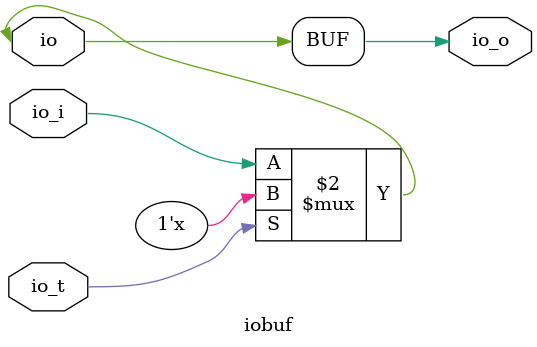
<source format=v>
`timescale 1ns/100ps

module iobuf #(

  parameter     WIDTH = 1) (

  input       [(WIDTH-1):0]  io_t,
  input       [(WIDTH-1):0]  io_i,
  output      [(WIDTH-1):0]  io_o,
  inout       [(WIDTH-1):0]  io);


  genvar n;
  generate
  for (n = 0; n < WIDTH; n = n + 1) begin: iobuf
  assign io_o[n] = io[n];
  assign io[n] = (io_t[n] == 1'b1) ? 1'bz : io_i[n];
  end
  endgenerate

endmodule

// ***************************************************************************
// ***************************************************************************

</source>
